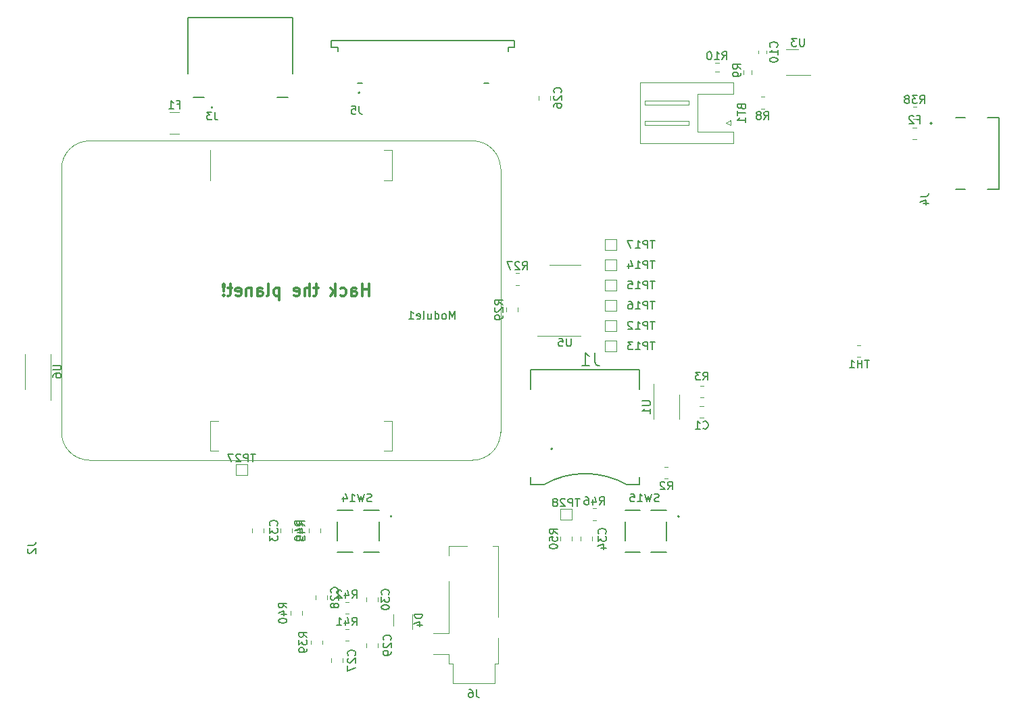
<source format=gbr>
%TF.GenerationSoftware,KiCad,Pcbnew,(6.0.0)*%
%TF.CreationDate,2022-05-01T16:32:44+01:00*%
%TF.ProjectId,CM4Carrier,434d3443-6172-4726-9965-722e6b696361,indev*%
%TF.SameCoordinates,Original*%
%TF.FileFunction,Legend,Bot*%
%TF.FilePolarity,Positive*%
%FSLAX46Y46*%
G04 Gerber Fmt 4.6, Leading zero omitted, Abs format (unit mm)*
G04 Created by KiCad (PCBNEW (6.0.0)) date 2022-05-01 16:32:44*
%MOMM*%
%LPD*%
G01*
G04 APERTURE LIST*
%ADD10C,0.300000*%
%ADD11C,0.150000*%
%ADD12C,0.120000*%
%ADD13C,0.127000*%
%ADD14C,0.200000*%
G04 APERTURE END LIST*
D10*
X124677142Y-91483571D02*
X124677142Y-89983571D01*
X124677142Y-90697857D02*
X123820000Y-90697857D01*
X123820000Y-91483571D02*
X123820000Y-89983571D01*
X122462857Y-91483571D02*
X122462857Y-90697857D01*
X122534285Y-90555000D01*
X122677142Y-90483571D01*
X122962857Y-90483571D01*
X123105714Y-90555000D01*
X122462857Y-91412142D02*
X122605714Y-91483571D01*
X122962857Y-91483571D01*
X123105714Y-91412142D01*
X123177142Y-91269285D01*
X123177142Y-91126428D01*
X123105714Y-90983571D01*
X122962857Y-90912142D01*
X122605714Y-90912142D01*
X122462857Y-90840714D01*
X121105714Y-91412142D02*
X121248571Y-91483571D01*
X121534285Y-91483571D01*
X121677142Y-91412142D01*
X121748571Y-91340714D01*
X121820000Y-91197857D01*
X121820000Y-90769285D01*
X121748571Y-90626428D01*
X121677142Y-90555000D01*
X121534285Y-90483571D01*
X121248571Y-90483571D01*
X121105714Y-90555000D01*
X120462857Y-91483571D02*
X120462857Y-89983571D01*
X120320000Y-90912142D02*
X119891428Y-91483571D01*
X119891428Y-90483571D02*
X120462857Y-91055000D01*
X118320000Y-90483571D02*
X117748571Y-90483571D01*
X118105714Y-89983571D02*
X118105714Y-91269285D01*
X118034285Y-91412142D01*
X117891428Y-91483571D01*
X117748571Y-91483571D01*
X117248571Y-91483571D02*
X117248571Y-89983571D01*
X116605714Y-91483571D02*
X116605714Y-90697857D01*
X116677142Y-90555000D01*
X116820000Y-90483571D01*
X117034285Y-90483571D01*
X117177142Y-90555000D01*
X117248571Y-90626428D01*
X115320000Y-91412142D02*
X115462857Y-91483571D01*
X115748571Y-91483571D01*
X115891428Y-91412142D01*
X115962857Y-91269285D01*
X115962857Y-90697857D01*
X115891428Y-90555000D01*
X115748571Y-90483571D01*
X115462857Y-90483571D01*
X115320000Y-90555000D01*
X115248571Y-90697857D01*
X115248571Y-90840714D01*
X115962857Y-90983571D01*
X113462857Y-90483571D02*
X113462857Y-91983571D01*
X113462857Y-90555000D02*
X113320000Y-90483571D01*
X113034285Y-90483571D01*
X112891428Y-90555000D01*
X112820000Y-90626428D01*
X112748571Y-90769285D01*
X112748571Y-91197857D01*
X112820000Y-91340714D01*
X112891428Y-91412142D01*
X113034285Y-91483571D01*
X113320000Y-91483571D01*
X113462857Y-91412142D01*
X111891428Y-91483571D02*
X112034285Y-91412142D01*
X112105714Y-91269285D01*
X112105714Y-89983571D01*
X110677142Y-91483571D02*
X110677142Y-90697857D01*
X110748571Y-90555000D01*
X110891428Y-90483571D01*
X111177142Y-90483571D01*
X111320000Y-90555000D01*
X110677142Y-91412142D02*
X110820000Y-91483571D01*
X111177142Y-91483571D01*
X111320000Y-91412142D01*
X111391428Y-91269285D01*
X111391428Y-91126428D01*
X111320000Y-90983571D01*
X111177142Y-90912142D01*
X110820000Y-90912142D01*
X110677142Y-90840714D01*
X109962857Y-90483571D02*
X109962857Y-91483571D01*
X109962857Y-90626428D02*
X109891428Y-90555000D01*
X109748571Y-90483571D01*
X109534285Y-90483571D01*
X109391428Y-90555000D01*
X109320000Y-90697857D01*
X109320000Y-91483571D01*
X108034285Y-91412142D02*
X108177142Y-91483571D01*
X108462857Y-91483571D01*
X108605714Y-91412142D01*
X108677142Y-91269285D01*
X108677142Y-90697857D01*
X108605714Y-90555000D01*
X108462857Y-90483571D01*
X108177142Y-90483571D01*
X108034285Y-90555000D01*
X107962857Y-90697857D01*
X107962857Y-90840714D01*
X108677142Y-90983571D01*
X107534285Y-90483571D02*
X106962857Y-90483571D01*
X107320000Y-89983571D02*
X107320000Y-91269285D01*
X107248571Y-91412142D01*
X107105714Y-91483571D01*
X106962857Y-91483571D01*
X106462857Y-91340714D02*
X106391428Y-91412142D01*
X106462857Y-91483571D01*
X106534285Y-91412142D01*
X106462857Y-91340714D01*
X106462857Y-91483571D01*
X106462857Y-90912142D02*
X106534285Y-90055000D01*
X106462857Y-89983571D01*
X106391428Y-90055000D01*
X106462857Y-90912142D01*
X106462857Y-89983571D01*
D11*
%TO.C,TP14*%
X160488095Y-87082380D02*
X159916666Y-87082380D01*
X160202380Y-88082380D02*
X160202380Y-87082380D01*
X159583333Y-88082380D02*
X159583333Y-87082380D01*
X159202380Y-87082380D01*
X159107142Y-87130000D01*
X159059523Y-87177619D01*
X159011904Y-87272857D01*
X159011904Y-87415714D01*
X159059523Y-87510952D01*
X159107142Y-87558571D01*
X159202380Y-87606190D01*
X159583333Y-87606190D01*
X158059523Y-88082380D02*
X158630952Y-88082380D01*
X158345238Y-88082380D02*
X158345238Y-87082380D01*
X158440476Y-87225238D01*
X158535714Y-87320476D01*
X158630952Y-87368095D01*
X157202380Y-87415714D02*
X157202380Y-88082380D01*
X157440476Y-87034761D02*
X157678571Y-87749047D01*
X157059523Y-87749047D01*
%TO.C,SW14*%
X124984518Y-117239674D02*
X124841661Y-117287293D01*
X124603566Y-117287293D01*
X124508328Y-117239674D01*
X124460709Y-117192055D01*
X124413090Y-117096817D01*
X124413090Y-117001579D01*
X124460709Y-116906341D01*
X124508328Y-116858722D01*
X124603566Y-116811103D01*
X124794042Y-116763484D01*
X124889280Y-116715865D01*
X124936899Y-116668246D01*
X124984518Y-116573008D01*
X124984518Y-116477770D01*
X124936899Y-116382532D01*
X124889280Y-116334913D01*
X124794042Y-116287293D01*
X124555947Y-116287293D01*
X124413090Y-116334913D01*
X124079756Y-116287293D02*
X123841661Y-117287293D01*
X123651185Y-116573008D01*
X123460709Y-117287293D01*
X123222614Y-116287293D01*
X122317852Y-117287293D02*
X122889280Y-117287293D01*
X122603566Y-117287293D02*
X122603566Y-116287293D01*
X122698804Y-116430151D01*
X122794042Y-116525389D01*
X122889280Y-116573008D01*
X121460709Y-116620627D02*
X121460709Y-117287293D01*
X121698804Y-116239674D02*
X121936899Y-116953960D01*
X121317852Y-116953960D01*
%TO.C,J6*%
X138128333Y-140797380D02*
X138128333Y-141511666D01*
X138175952Y-141654523D01*
X138271190Y-141749761D01*
X138414047Y-141797380D01*
X138509285Y-141797380D01*
X137223571Y-140797380D02*
X137414047Y-140797380D01*
X137509285Y-140845000D01*
X137556904Y-140892619D01*
X137652142Y-141035476D01*
X137699761Y-141225952D01*
X137699761Y-141606904D01*
X137652142Y-141702142D01*
X137604523Y-141749761D01*
X137509285Y-141797380D01*
X137318809Y-141797380D01*
X137223571Y-141749761D01*
X137175952Y-141702142D01*
X137128333Y-141606904D01*
X137128333Y-141368809D01*
X137175952Y-141273571D01*
X137223571Y-141225952D01*
X137318809Y-141178333D01*
X137509285Y-141178333D01*
X137604523Y-141225952D01*
X137652142Y-141273571D01*
X137699761Y-141368809D01*
%TO.C,TP12*%
X160488095Y-94702380D02*
X159916666Y-94702380D01*
X160202380Y-95702380D02*
X160202380Y-94702380D01*
X159583333Y-95702380D02*
X159583333Y-94702380D01*
X159202380Y-94702380D01*
X159107142Y-94750000D01*
X159059523Y-94797619D01*
X159011904Y-94892857D01*
X159011904Y-95035714D01*
X159059523Y-95130952D01*
X159107142Y-95178571D01*
X159202380Y-95226190D01*
X159583333Y-95226190D01*
X158059523Y-95702380D02*
X158630952Y-95702380D01*
X158345238Y-95702380D02*
X158345238Y-94702380D01*
X158440476Y-94845238D01*
X158535714Y-94940476D01*
X158630952Y-94988095D01*
X157678571Y-94797619D02*
X157630952Y-94750000D01*
X157535714Y-94702380D01*
X157297619Y-94702380D01*
X157202380Y-94750000D01*
X157154761Y-94797619D01*
X157107142Y-94892857D01*
X157107142Y-94988095D01*
X157154761Y-95130952D01*
X157726190Y-95702380D01*
X157107142Y-95702380D01*
%TO.C,TP13*%
X160488095Y-97242380D02*
X159916666Y-97242380D01*
X160202380Y-98242380D02*
X160202380Y-97242380D01*
X159583333Y-98242380D02*
X159583333Y-97242380D01*
X159202380Y-97242380D01*
X159107142Y-97290000D01*
X159059523Y-97337619D01*
X159011904Y-97432857D01*
X159011904Y-97575714D01*
X159059523Y-97670952D01*
X159107142Y-97718571D01*
X159202380Y-97766190D01*
X159583333Y-97766190D01*
X158059523Y-98242380D02*
X158630952Y-98242380D01*
X158345238Y-98242380D02*
X158345238Y-97242380D01*
X158440476Y-97385238D01*
X158535714Y-97480476D01*
X158630952Y-97528095D01*
X157726190Y-97242380D02*
X157107142Y-97242380D01*
X157440476Y-97623333D01*
X157297619Y-97623333D01*
X157202380Y-97670952D01*
X157154761Y-97718571D01*
X157107142Y-97813809D01*
X157107142Y-98051904D01*
X157154761Y-98147142D01*
X157202380Y-98194761D01*
X157297619Y-98242380D01*
X157583333Y-98242380D01*
X157678571Y-98194761D01*
X157726190Y-98147142D01*
%TO.C,R2*%
X162091666Y-115767380D02*
X162425000Y-115291190D01*
X162663095Y-115767380D02*
X162663095Y-114767380D01*
X162282142Y-114767380D01*
X162186904Y-114815000D01*
X162139285Y-114862619D01*
X162091666Y-114957857D01*
X162091666Y-115100714D01*
X162139285Y-115195952D01*
X162186904Y-115243571D01*
X162282142Y-115291190D01*
X162663095Y-115291190D01*
X161710714Y-114862619D02*
X161663095Y-114815000D01*
X161567857Y-114767380D01*
X161329761Y-114767380D01*
X161234523Y-114815000D01*
X161186904Y-114862619D01*
X161139285Y-114957857D01*
X161139285Y-115053095D01*
X161186904Y-115195952D01*
X161758333Y-115767380D01*
X161139285Y-115767380D01*
%TO.C,D4*%
X131357380Y-131356904D02*
X130357380Y-131356904D01*
X130357380Y-131595000D01*
X130405000Y-131737857D01*
X130500238Y-131833095D01*
X130595476Y-131880714D01*
X130785952Y-131928333D01*
X130928809Y-131928333D01*
X131119285Y-131880714D01*
X131214523Y-131833095D01*
X131309761Y-131737857D01*
X131357380Y-131595000D01*
X131357380Y-131356904D01*
X130690714Y-132785476D02*
X131357380Y-132785476D01*
X130309761Y-132547380D02*
X131024047Y-132309285D01*
X131024047Y-132928333D01*
%TO.C,C34*%
X154281142Y-121277142D02*
X154328761Y-121229523D01*
X154376380Y-121086666D01*
X154376380Y-120991428D01*
X154328761Y-120848571D01*
X154233523Y-120753333D01*
X154138285Y-120705714D01*
X153947809Y-120658095D01*
X153804952Y-120658095D01*
X153614476Y-120705714D01*
X153519238Y-120753333D01*
X153424000Y-120848571D01*
X153376380Y-120991428D01*
X153376380Y-121086666D01*
X153424000Y-121229523D01*
X153471619Y-121277142D01*
X153376380Y-121610476D02*
X153376380Y-122229523D01*
X153757333Y-121896190D01*
X153757333Y-122039047D01*
X153804952Y-122134285D01*
X153852571Y-122181904D01*
X153947809Y-122229523D01*
X154185904Y-122229523D01*
X154281142Y-122181904D01*
X154328761Y-122134285D01*
X154376380Y-122039047D01*
X154376380Y-121753333D01*
X154328761Y-121658095D01*
X154281142Y-121610476D01*
X153709714Y-123086666D02*
X154376380Y-123086666D01*
X153328761Y-122848571D02*
X154043047Y-122610476D01*
X154043047Y-123229523D01*
%TO.C,U1*%
X158927380Y-104648095D02*
X159736904Y-104648095D01*
X159832142Y-104695714D01*
X159879761Y-104743333D01*
X159927380Y-104838571D01*
X159927380Y-105029047D01*
X159879761Y-105124285D01*
X159832142Y-105171904D01*
X159736904Y-105219523D01*
X158927380Y-105219523D01*
X159927380Y-106219523D02*
X159927380Y-105648095D01*
X159927380Y-105933809D02*
X158927380Y-105933809D01*
X159070238Y-105838571D01*
X159165476Y-105743333D01*
X159213095Y-105648095D01*
%TO.C,R10*%
X168917857Y-61887380D02*
X169251190Y-61411190D01*
X169489285Y-61887380D02*
X169489285Y-60887380D01*
X169108333Y-60887380D01*
X169013095Y-60935000D01*
X168965476Y-60982619D01*
X168917857Y-61077857D01*
X168917857Y-61220714D01*
X168965476Y-61315952D01*
X169013095Y-61363571D01*
X169108333Y-61411190D01*
X169489285Y-61411190D01*
X167965476Y-61887380D02*
X168536904Y-61887380D01*
X168251190Y-61887380D02*
X168251190Y-60887380D01*
X168346428Y-61030238D01*
X168441666Y-61125476D01*
X168536904Y-61173095D01*
X167346428Y-60887380D02*
X167251190Y-60887380D01*
X167155952Y-60935000D01*
X167108333Y-60982619D01*
X167060714Y-61077857D01*
X167013095Y-61268333D01*
X167013095Y-61506428D01*
X167060714Y-61696904D01*
X167108333Y-61792142D01*
X167155952Y-61839761D01*
X167251190Y-61887380D01*
X167346428Y-61887380D01*
X167441666Y-61839761D01*
X167489285Y-61792142D01*
X167536904Y-61696904D01*
X167584523Y-61506428D01*
X167584523Y-61268333D01*
X167536904Y-61077857D01*
X167489285Y-60982619D01*
X167441666Y-60935000D01*
X167346428Y-60887380D01*
%TO.C,C26*%
X148722142Y-66032142D02*
X148769761Y-65984523D01*
X148817380Y-65841666D01*
X148817380Y-65746428D01*
X148769761Y-65603571D01*
X148674523Y-65508333D01*
X148579285Y-65460714D01*
X148388809Y-65413095D01*
X148245952Y-65413095D01*
X148055476Y-65460714D01*
X147960238Y-65508333D01*
X147865000Y-65603571D01*
X147817380Y-65746428D01*
X147817380Y-65841666D01*
X147865000Y-65984523D01*
X147912619Y-66032142D01*
X147912619Y-66413095D02*
X147865000Y-66460714D01*
X147817380Y-66555952D01*
X147817380Y-66794047D01*
X147865000Y-66889285D01*
X147912619Y-66936904D01*
X148007857Y-66984523D01*
X148103095Y-66984523D01*
X148245952Y-66936904D01*
X148817380Y-66365476D01*
X148817380Y-66984523D01*
X147817380Y-67841666D02*
X147817380Y-67651190D01*
X147865000Y-67555952D01*
X147912619Y-67508333D01*
X148055476Y-67413095D01*
X148245952Y-67365476D01*
X148626904Y-67365476D01*
X148722142Y-67413095D01*
X148769761Y-67460714D01*
X148817380Y-67555952D01*
X148817380Y-67746428D01*
X148769761Y-67841666D01*
X148722142Y-67889285D01*
X148626904Y-67936904D01*
X148388809Y-67936904D01*
X148293571Y-67889285D01*
X148245952Y-67841666D01*
X148198333Y-67746428D01*
X148198333Y-67555952D01*
X148245952Y-67460714D01*
X148293571Y-67413095D01*
X148388809Y-67365476D01*
%TO.C,C29*%
X127357142Y-134612142D02*
X127404761Y-134564523D01*
X127452380Y-134421666D01*
X127452380Y-134326428D01*
X127404761Y-134183571D01*
X127309523Y-134088333D01*
X127214285Y-134040714D01*
X127023809Y-133993095D01*
X126880952Y-133993095D01*
X126690476Y-134040714D01*
X126595238Y-134088333D01*
X126500000Y-134183571D01*
X126452380Y-134326428D01*
X126452380Y-134421666D01*
X126500000Y-134564523D01*
X126547619Y-134612142D01*
X126547619Y-134993095D02*
X126500000Y-135040714D01*
X126452380Y-135135952D01*
X126452380Y-135374047D01*
X126500000Y-135469285D01*
X126547619Y-135516904D01*
X126642857Y-135564523D01*
X126738095Y-135564523D01*
X126880952Y-135516904D01*
X127452380Y-134945476D01*
X127452380Y-135564523D01*
X127452380Y-136040714D02*
X127452380Y-136231190D01*
X127404761Y-136326428D01*
X127357142Y-136374047D01*
X127214285Y-136469285D01*
X127023809Y-136516904D01*
X126642857Y-136516904D01*
X126547619Y-136469285D01*
X126500000Y-136421666D01*
X126452380Y-136326428D01*
X126452380Y-136135952D01*
X126500000Y-136040714D01*
X126547619Y-135993095D01*
X126642857Y-135945476D01*
X126880952Y-135945476D01*
X126976190Y-135993095D01*
X127023809Y-136040714D01*
X127071428Y-136135952D01*
X127071428Y-136326428D01*
X127023809Y-136421666D01*
X126976190Y-136469285D01*
X126880952Y-136516904D01*
%TO.C,C1*%
X166536666Y-108082142D02*
X166584285Y-108129761D01*
X166727142Y-108177380D01*
X166822380Y-108177380D01*
X166965238Y-108129761D01*
X167060476Y-108034523D01*
X167108095Y-107939285D01*
X167155714Y-107748809D01*
X167155714Y-107605952D01*
X167108095Y-107415476D01*
X167060476Y-107320238D01*
X166965238Y-107225000D01*
X166822380Y-107177380D01*
X166727142Y-107177380D01*
X166584285Y-107225000D01*
X166536666Y-107272619D01*
X165584285Y-108177380D02*
X166155714Y-108177380D01*
X165870000Y-108177380D02*
X165870000Y-107177380D01*
X165965238Y-107320238D01*
X166060476Y-107415476D01*
X166155714Y-107463095D01*
%TO.C,R46*%
X153550857Y-117674380D02*
X153884190Y-117198190D01*
X154122285Y-117674380D02*
X154122285Y-116674380D01*
X153741333Y-116674380D01*
X153646095Y-116722000D01*
X153598476Y-116769619D01*
X153550857Y-116864857D01*
X153550857Y-117007714D01*
X153598476Y-117102952D01*
X153646095Y-117150571D01*
X153741333Y-117198190D01*
X154122285Y-117198190D01*
X152693714Y-117007714D02*
X152693714Y-117674380D01*
X152931809Y-116626761D02*
X153169904Y-117341047D01*
X152550857Y-117341047D01*
X151741333Y-116674380D02*
X151931809Y-116674380D01*
X152027047Y-116722000D01*
X152074666Y-116769619D01*
X152169904Y-116912476D01*
X152217523Y-117102952D01*
X152217523Y-117483904D01*
X152169904Y-117579142D01*
X152122285Y-117626761D01*
X152027047Y-117674380D01*
X151836571Y-117674380D01*
X151741333Y-117626761D01*
X151693714Y-117579142D01*
X151646095Y-117483904D01*
X151646095Y-117245809D01*
X151693714Y-117150571D01*
X151741333Y-117102952D01*
X151836571Y-117055333D01*
X152027047Y-117055333D01*
X152122285Y-117102952D01*
X152169904Y-117150571D01*
X152217523Y-117245809D01*
%TO.C,R38*%
X193682857Y-67382380D02*
X194016190Y-66906190D01*
X194254285Y-67382380D02*
X194254285Y-66382380D01*
X193873333Y-66382380D01*
X193778095Y-66430000D01*
X193730476Y-66477619D01*
X193682857Y-66572857D01*
X193682857Y-66715714D01*
X193730476Y-66810952D01*
X193778095Y-66858571D01*
X193873333Y-66906190D01*
X194254285Y-66906190D01*
X193349523Y-66382380D02*
X192730476Y-66382380D01*
X193063809Y-66763333D01*
X192920952Y-66763333D01*
X192825714Y-66810952D01*
X192778095Y-66858571D01*
X192730476Y-66953809D01*
X192730476Y-67191904D01*
X192778095Y-67287142D01*
X192825714Y-67334761D01*
X192920952Y-67382380D01*
X193206666Y-67382380D01*
X193301904Y-67334761D01*
X193349523Y-67287142D01*
X192159047Y-66810952D02*
X192254285Y-66763333D01*
X192301904Y-66715714D01*
X192349523Y-66620476D01*
X192349523Y-66572857D01*
X192301904Y-66477619D01*
X192254285Y-66430000D01*
X192159047Y-66382380D01*
X191968571Y-66382380D01*
X191873333Y-66430000D01*
X191825714Y-66477619D01*
X191778095Y-66572857D01*
X191778095Y-66620476D01*
X191825714Y-66715714D01*
X191873333Y-66763333D01*
X191968571Y-66810952D01*
X192159047Y-66810952D01*
X192254285Y-66858571D01*
X192301904Y-66906190D01*
X192349523Y-67001428D01*
X192349523Y-67191904D01*
X192301904Y-67287142D01*
X192254285Y-67334761D01*
X192159047Y-67382380D01*
X191968571Y-67382380D01*
X191873333Y-67334761D01*
X191825714Y-67287142D01*
X191778095Y-67191904D01*
X191778095Y-67001428D01*
X191825714Y-66906190D01*
X191873333Y-66858571D01*
X191968571Y-66810952D01*
%TO.C,F1*%
X100663333Y-67498571D02*
X100996666Y-67498571D01*
X100996666Y-68022380D02*
X100996666Y-67022380D01*
X100520476Y-67022380D01*
X99615714Y-68022380D02*
X100187142Y-68022380D01*
X99901428Y-68022380D02*
X99901428Y-67022380D01*
X99996666Y-67165238D01*
X100091904Y-67260476D01*
X100187142Y-67308095D01*
%TO.C,C33*%
X113133142Y-120261142D02*
X113180761Y-120213523D01*
X113228380Y-120070666D01*
X113228380Y-119975428D01*
X113180761Y-119832571D01*
X113085523Y-119737333D01*
X112990285Y-119689714D01*
X112799809Y-119642095D01*
X112656952Y-119642095D01*
X112466476Y-119689714D01*
X112371238Y-119737333D01*
X112276000Y-119832571D01*
X112228380Y-119975428D01*
X112228380Y-120070666D01*
X112276000Y-120213523D01*
X112323619Y-120261142D01*
X112228380Y-120594476D02*
X112228380Y-121213523D01*
X112609333Y-120880190D01*
X112609333Y-121023047D01*
X112656952Y-121118285D01*
X112704571Y-121165904D01*
X112799809Y-121213523D01*
X113037904Y-121213523D01*
X113133142Y-121165904D01*
X113180761Y-121118285D01*
X113228380Y-121023047D01*
X113228380Y-120737333D01*
X113180761Y-120642095D01*
X113133142Y-120594476D01*
X112228380Y-121546857D02*
X112228380Y-122165904D01*
X112609333Y-121832571D01*
X112609333Y-121975428D01*
X112656952Y-122070666D01*
X112704571Y-122118285D01*
X112799809Y-122165904D01*
X113037904Y-122165904D01*
X113133142Y-122118285D01*
X113180761Y-122070666D01*
X113228380Y-121975428D01*
X113228380Y-121689714D01*
X113180761Y-121594476D01*
X113133142Y-121546857D01*
%TO.C,R3*%
X166536666Y-102052380D02*
X166870000Y-101576190D01*
X167108095Y-102052380D02*
X167108095Y-101052380D01*
X166727142Y-101052380D01*
X166631904Y-101100000D01*
X166584285Y-101147619D01*
X166536666Y-101242857D01*
X166536666Y-101385714D01*
X166584285Y-101480952D01*
X166631904Y-101528571D01*
X166727142Y-101576190D01*
X167108095Y-101576190D01*
X166203333Y-101052380D02*
X165584285Y-101052380D01*
X165917619Y-101433333D01*
X165774761Y-101433333D01*
X165679523Y-101480952D01*
X165631904Y-101528571D01*
X165584285Y-101623809D01*
X165584285Y-101861904D01*
X165631904Y-101957142D01*
X165679523Y-102004761D01*
X165774761Y-102052380D01*
X166060476Y-102052380D01*
X166155714Y-102004761D01*
X166203333Y-101957142D01*
%TO.C,TP15*%
X160488095Y-89622380D02*
X159916666Y-89622380D01*
X160202380Y-90622380D02*
X160202380Y-89622380D01*
X159583333Y-90622380D02*
X159583333Y-89622380D01*
X159202380Y-89622380D01*
X159107142Y-89670000D01*
X159059523Y-89717619D01*
X159011904Y-89812857D01*
X159011904Y-89955714D01*
X159059523Y-90050952D01*
X159107142Y-90098571D01*
X159202380Y-90146190D01*
X159583333Y-90146190D01*
X158059523Y-90622380D02*
X158630952Y-90622380D01*
X158345238Y-90622380D02*
X158345238Y-89622380D01*
X158440476Y-89765238D01*
X158535714Y-89860476D01*
X158630952Y-89908095D01*
X157154761Y-89622380D02*
X157630952Y-89622380D01*
X157678571Y-90098571D01*
X157630952Y-90050952D01*
X157535714Y-90003333D01*
X157297619Y-90003333D01*
X157202380Y-90050952D01*
X157154761Y-90098571D01*
X157107142Y-90193809D01*
X157107142Y-90431904D01*
X157154761Y-90527142D01*
X157202380Y-90574761D01*
X157297619Y-90622380D01*
X157535714Y-90622380D01*
X157630952Y-90574761D01*
X157678571Y-90527142D01*
%TO.C,C30*%
X127132142Y-128897142D02*
X127179761Y-128849523D01*
X127227380Y-128706666D01*
X127227380Y-128611428D01*
X127179761Y-128468571D01*
X127084523Y-128373333D01*
X126989285Y-128325714D01*
X126798809Y-128278095D01*
X126655952Y-128278095D01*
X126465476Y-128325714D01*
X126370238Y-128373333D01*
X126275000Y-128468571D01*
X126227380Y-128611428D01*
X126227380Y-128706666D01*
X126275000Y-128849523D01*
X126322619Y-128897142D01*
X126227380Y-129230476D02*
X126227380Y-129849523D01*
X126608333Y-129516190D01*
X126608333Y-129659047D01*
X126655952Y-129754285D01*
X126703571Y-129801904D01*
X126798809Y-129849523D01*
X127036904Y-129849523D01*
X127132142Y-129801904D01*
X127179761Y-129754285D01*
X127227380Y-129659047D01*
X127227380Y-129373333D01*
X127179761Y-129278095D01*
X127132142Y-129230476D01*
X126227380Y-130468571D02*
X126227380Y-130563809D01*
X126275000Y-130659047D01*
X126322619Y-130706666D01*
X126417857Y-130754285D01*
X126608333Y-130801904D01*
X126846428Y-130801904D01*
X127036904Y-130754285D01*
X127132142Y-130706666D01*
X127179761Y-130659047D01*
X127227380Y-130563809D01*
X127227380Y-130468571D01*
X127179761Y-130373333D01*
X127132142Y-130325714D01*
X127036904Y-130278095D01*
X126846428Y-130230476D01*
X126608333Y-130230476D01*
X126417857Y-130278095D01*
X126322619Y-130325714D01*
X126275000Y-130373333D01*
X126227380Y-130468571D01*
%TO.C,J3*%
X105362333Y-68454884D02*
X105362333Y-69169170D01*
X105409952Y-69312027D01*
X105505190Y-69407265D01*
X105648047Y-69454884D01*
X105743285Y-69454884D01*
X104981380Y-68454884D02*
X104362333Y-68454884D01*
X104695666Y-68835837D01*
X104552809Y-68835837D01*
X104457571Y-68883456D01*
X104409952Y-68931075D01*
X104362333Y-69026313D01*
X104362333Y-69264408D01*
X104409952Y-69359646D01*
X104457571Y-69407265D01*
X104552809Y-69454884D01*
X104838523Y-69454884D01*
X104933761Y-69407265D01*
X104981380Y-69359646D01*
%TO.C,R39*%
X116912380Y-134247142D02*
X116436190Y-133913809D01*
X116912380Y-133675714D02*
X115912380Y-133675714D01*
X115912380Y-134056666D01*
X115960000Y-134151904D01*
X116007619Y-134199523D01*
X116102857Y-134247142D01*
X116245714Y-134247142D01*
X116340952Y-134199523D01*
X116388571Y-134151904D01*
X116436190Y-134056666D01*
X116436190Y-133675714D01*
X115912380Y-134580476D02*
X115912380Y-135199523D01*
X116293333Y-134866190D01*
X116293333Y-135009047D01*
X116340952Y-135104285D01*
X116388571Y-135151904D01*
X116483809Y-135199523D01*
X116721904Y-135199523D01*
X116817142Y-135151904D01*
X116864761Y-135104285D01*
X116912380Y-135009047D01*
X116912380Y-134723333D01*
X116864761Y-134628095D01*
X116817142Y-134580476D01*
X116912380Y-135675714D02*
X116912380Y-135866190D01*
X116864761Y-135961428D01*
X116817142Y-136009047D01*
X116674285Y-136104285D01*
X116483809Y-136151904D01*
X116102857Y-136151904D01*
X116007619Y-136104285D01*
X115960000Y-136056666D01*
X115912380Y-135961428D01*
X115912380Y-135770952D01*
X115960000Y-135675714D01*
X116007619Y-135628095D01*
X116102857Y-135580476D01*
X116340952Y-135580476D01*
X116436190Y-135628095D01*
X116483809Y-135675714D01*
X116531428Y-135770952D01*
X116531428Y-135961428D01*
X116483809Y-136056666D01*
X116436190Y-136104285D01*
X116340952Y-136151904D01*
%TO.C,U5*%
X149986904Y-96807380D02*
X149986904Y-97616904D01*
X149939285Y-97712142D01*
X149891666Y-97759761D01*
X149796428Y-97807380D01*
X149605952Y-97807380D01*
X149510714Y-97759761D01*
X149463095Y-97712142D01*
X149415476Y-97616904D01*
X149415476Y-96807380D01*
X148463095Y-96807380D02*
X148939285Y-96807380D01*
X148986904Y-97283571D01*
X148939285Y-97235952D01*
X148844047Y-97188333D01*
X148605952Y-97188333D01*
X148510714Y-97235952D01*
X148463095Y-97283571D01*
X148415476Y-97378809D01*
X148415476Y-97616904D01*
X148463095Y-97712142D01*
X148510714Y-97759761D01*
X148605952Y-97807380D01*
X148844047Y-97807380D01*
X148939285Y-97759761D01*
X148986904Y-97712142D01*
%TO.C,R50*%
X148280380Y-121277142D02*
X147804190Y-120943809D01*
X148280380Y-120705714D02*
X147280380Y-120705714D01*
X147280380Y-121086666D01*
X147328000Y-121181904D01*
X147375619Y-121229523D01*
X147470857Y-121277142D01*
X147613714Y-121277142D01*
X147708952Y-121229523D01*
X147756571Y-121181904D01*
X147804190Y-121086666D01*
X147804190Y-120705714D01*
X147280380Y-122181904D02*
X147280380Y-121705714D01*
X147756571Y-121658095D01*
X147708952Y-121705714D01*
X147661333Y-121800952D01*
X147661333Y-122039047D01*
X147708952Y-122134285D01*
X147756571Y-122181904D01*
X147851809Y-122229523D01*
X148089904Y-122229523D01*
X148185142Y-122181904D01*
X148232761Y-122134285D01*
X148280380Y-122039047D01*
X148280380Y-121800952D01*
X148232761Y-121705714D01*
X148185142Y-121658095D01*
X147280380Y-122848571D02*
X147280380Y-122943809D01*
X147328000Y-123039047D01*
X147375619Y-123086666D01*
X147470857Y-123134285D01*
X147661333Y-123181904D01*
X147899428Y-123181904D01*
X148089904Y-123134285D01*
X148185142Y-123086666D01*
X148232761Y-123039047D01*
X148280380Y-122943809D01*
X148280380Y-122848571D01*
X148232761Y-122753333D01*
X148185142Y-122705714D01*
X148089904Y-122658095D01*
X147899428Y-122610476D01*
X147661333Y-122610476D01*
X147470857Y-122658095D01*
X147375619Y-122705714D01*
X147328000Y-122753333D01*
X147280380Y-122848571D01*
%TO.C,U6*%
X85087380Y-100203095D02*
X85896904Y-100203095D01*
X85992142Y-100250714D01*
X86039761Y-100298333D01*
X86087380Y-100393571D01*
X86087380Y-100584047D01*
X86039761Y-100679285D01*
X85992142Y-100726904D01*
X85896904Y-100774523D01*
X85087380Y-100774523D01*
X85087380Y-101679285D02*
X85087380Y-101488809D01*
X85135000Y-101393571D01*
X85182619Y-101345952D01*
X85325476Y-101250714D01*
X85515952Y-101203095D01*
X85896904Y-101203095D01*
X85992142Y-101250714D01*
X86039761Y-101298333D01*
X86087380Y-101393571D01*
X86087380Y-101584047D01*
X86039761Y-101679285D01*
X85992142Y-101726904D01*
X85896904Y-101774523D01*
X85658809Y-101774523D01*
X85563571Y-101726904D01*
X85515952Y-101679285D01*
X85468333Y-101584047D01*
X85468333Y-101393571D01*
X85515952Y-101298333D01*
X85563571Y-101250714D01*
X85658809Y-101203095D01*
%TO.C,R45*%
X116658380Y-120261142D02*
X116182190Y-119927809D01*
X116658380Y-119689714D02*
X115658380Y-119689714D01*
X115658380Y-120070666D01*
X115706000Y-120165904D01*
X115753619Y-120213523D01*
X115848857Y-120261142D01*
X115991714Y-120261142D01*
X116086952Y-120213523D01*
X116134571Y-120165904D01*
X116182190Y-120070666D01*
X116182190Y-119689714D01*
X115991714Y-121118285D02*
X116658380Y-121118285D01*
X115610761Y-120880190D02*
X116325047Y-120642095D01*
X116325047Y-121261142D01*
X115658380Y-122118285D02*
X115658380Y-121642095D01*
X116134571Y-121594476D01*
X116086952Y-121642095D01*
X116039333Y-121737333D01*
X116039333Y-121975428D01*
X116086952Y-122070666D01*
X116134571Y-122118285D01*
X116229809Y-122165904D01*
X116467904Y-122165904D01*
X116563142Y-122118285D01*
X116610761Y-122070666D01*
X116658380Y-121975428D01*
X116658380Y-121737333D01*
X116610761Y-121642095D01*
X116563142Y-121594476D01*
%TO.C,TP16*%
X160488095Y-92162380D02*
X159916666Y-92162380D01*
X160202380Y-93162380D02*
X160202380Y-92162380D01*
X159583333Y-93162380D02*
X159583333Y-92162380D01*
X159202380Y-92162380D01*
X159107142Y-92210000D01*
X159059523Y-92257619D01*
X159011904Y-92352857D01*
X159011904Y-92495714D01*
X159059523Y-92590952D01*
X159107142Y-92638571D01*
X159202380Y-92686190D01*
X159583333Y-92686190D01*
X158059523Y-93162380D02*
X158630952Y-93162380D01*
X158345238Y-93162380D02*
X158345238Y-92162380D01*
X158440476Y-92305238D01*
X158535714Y-92400476D01*
X158630952Y-92448095D01*
X157202380Y-92162380D02*
X157392857Y-92162380D01*
X157488095Y-92210000D01*
X157535714Y-92257619D01*
X157630952Y-92400476D01*
X157678571Y-92590952D01*
X157678571Y-92971904D01*
X157630952Y-93067142D01*
X157583333Y-93114761D01*
X157488095Y-93162380D01*
X157297619Y-93162380D01*
X157202380Y-93114761D01*
X157154761Y-93067142D01*
X157107142Y-92971904D01*
X157107142Y-92733809D01*
X157154761Y-92638571D01*
X157202380Y-92590952D01*
X157297619Y-92543333D01*
X157488095Y-92543333D01*
X157583333Y-92590952D01*
X157630952Y-92638571D01*
X157678571Y-92733809D01*
%TO.C,Module1*%
X135442142Y-94407380D02*
X135442142Y-93407380D01*
X135108809Y-94121666D01*
X134775476Y-93407380D01*
X134775476Y-94407380D01*
X134156428Y-94407380D02*
X134251666Y-94359761D01*
X134299285Y-94312142D01*
X134346904Y-94216904D01*
X134346904Y-93931190D01*
X134299285Y-93835952D01*
X134251666Y-93788333D01*
X134156428Y-93740714D01*
X134013571Y-93740714D01*
X133918333Y-93788333D01*
X133870714Y-93835952D01*
X133823095Y-93931190D01*
X133823095Y-94216904D01*
X133870714Y-94312142D01*
X133918333Y-94359761D01*
X134013571Y-94407380D01*
X134156428Y-94407380D01*
X132965952Y-94407380D02*
X132965952Y-93407380D01*
X132965952Y-94359761D02*
X133061190Y-94407380D01*
X133251666Y-94407380D01*
X133346904Y-94359761D01*
X133394523Y-94312142D01*
X133442142Y-94216904D01*
X133442142Y-93931190D01*
X133394523Y-93835952D01*
X133346904Y-93788333D01*
X133251666Y-93740714D01*
X133061190Y-93740714D01*
X132965952Y-93788333D01*
X132061190Y-93740714D02*
X132061190Y-94407380D01*
X132489761Y-93740714D02*
X132489761Y-94264523D01*
X132442142Y-94359761D01*
X132346904Y-94407380D01*
X132204047Y-94407380D01*
X132108809Y-94359761D01*
X132061190Y-94312142D01*
X131442142Y-94407380D02*
X131537380Y-94359761D01*
X131585000Y-94264523D01*
X131585000Y-93407380D01*
X130680238Y-94359761D02*
X130775476Y-94407380D01*
X130965952Y-94407380D01*
X131061190Y-94359761D01*
X131108809Y-94264523D01*
X131108809Y-93883571D01*
X131061190Y-93788333D01*
X130965952Y-93740714D01*
X130775476Y-93740714D01*
X130680238Y-93788333D01*
X130632619Y-93883571D01*
X130632619Y-93978809D01*
X131108809Y-94074047D01*
X129680238Y-94407380D02*
X130251666Y-94407380D01*
X129965952Y-94407380D02*
X129965952Y-93407380D01*
X130061190Y-93550238D01*
X130156428Y-93645476D01*
X130251666Y-93693095D01*
%TO.C,J5*%
X123453333Y-67717385D02*
X123453333Y-68431671D01*
X123500952Y-68574528D01*
X123596190Y-68669766D01*
X123739047Y-68717385D01*
X123834285Y-68717385D01*
X122500952Y-67717385D02*
X122977142Y-67717385D01*
X123024761Y-68193576D01*
X122977142Y-68145957D01*
X122881904Y-68098338D01*
X122643809Y-68098338D01*
X122548571Y-68145957D01*
X122500952Y-68193576D01*
X122453333Y-68288814D01*
X122453333Y-68526909D01*
X122500952Y-68622147D01*
X122548571Y-68669766D01*
X122643809Y-68717385D01*
X122881904Y-68717385D01*
X122977142Y-68669766D01*
X123024761Y-68622147D01*
%TO.C,R40*%
X114372380Y-130569642D02*
X113896190Y-130236309D01*
X114372380Y-129998214D02*
X113372380Y-129998214D01*
X113372380Y-130379166D01*
X113420000Y-130474404D01*
X113467619Y-130522023D01*
X113562857Y-130569642D01*
X113705714Y-130569642D01*
X113800952Y-130522023D01*
X113848571Y-130474404D01*
X113896190Y-130379166D01*
X113896190Y-129998214D01*
X113705714Y-131426785D02*
X114372380Y-131426785D01*
X113324761Y-131188690D02*
X114039047Y-130950595D01*
X114039047Y-131569642D01*
X113372380Y-132141071D02*
X113372380Y-132236309D01*
X113420000Y-132331547D01*
X113467619Y-132379166D01*
X113562857Y-132426785D01*
X113753333Y-132474404D01*
X113991428Y-132474404D01*
X114181904Y-132426785D01*
X114277142Y-132379166D01*
X114324761Y-132331547D01*
X114372380Y-132236309D01*
X114372380Y-132141071D01*
X114324761Y-132045833D01*
X114277142Y-131998214D01*
X114181904Y-131950595D01*
X113991428Y-131902976D01*
X113753333Y-131902976D01*
X113562857Y-131950595D01*
X113467619Y-131998214D01*
X113420000Y-132045833D01*
X113372380Y-132141071D01*
%TO.C,TP27*%
X110450095Y-111288380D02*
X109878666Y-111288380D01*
X110164380Y-112288380D02*
X110164380Y-111288380D01*
X109545333Y-112288380D02*
X109545333Y-111288380D01*
X109164380Y-111288380D01*
X109069142Y-111336000D01*
X109021523Y-111383619D01*
X108973904Y-111478857D01*
X108973904Y-111621714D01*
X109021523Y-111716952D01*
X109069142Y-111764571D01*
X109164380Y-111812190D01*
X109545333Y-111812190D01*
X108592952Y-111383619D02*
X108545333Y-111336000D01*
X108450095Y-111288380D01*
X108212000Y-111288380D01*
X108116761Y-111336000D01*
X108069142Y-111383619D01*
X108021523Y-111478857D01*
X108021523Y-111574095D01*
X108069142Y-111716952D01*
X108640571Y-112288380D01*
X108021523Y-112288380D01*
X107688190Y-111288380D02*
X107021523Y-111288380D01*
X107450095Y-112288380D01*
%TO.C,R42*%
X122562857Y-129379879D02*
X122896190Y-128903689D01*
X123134285Y-129379879D02*
X123134285Y-128379879D01*
X122753333Y-128379879D01*
X122658095Y-128427499D01*
X122610476Y-128475118D01*
X122562857Y-128570356D01*
X122562857Y-128713213D01*
X122610476Y-128808451D01*
X122658095Y-128856070D01*
X122753333Y-128903689D01*
X123134285Y-128903689D01*
X121705714Y-128713213D02*
X121705714Y-129379879D01*
X121943809Y-128332260D02*
X122181904Y-129046546D01*
X121562857Y-129046546D01*
X121229523Y-128475118D02*
X121181904Y-128427499D01*
X121086666Y-128379879D01*
X120848571Y-128379879D01*
X120753333Y-128427499D01*
X120705714Y-128475118D01*
X120658095Y-128570356D01*
X120658095Y-128665594D01*
X120705714Y-128808451D01*
X121277142Y-129379879D01*
X120658095Y-129379879D01*
%TO.C,R49*%
X116402380Y-120261142D02*
X115926190Y-119927809D01*
X116402380Y-119689714D02*
X115402380Y-119689714D01*
X115402380Y-120070666D01*
X115450000Y-120165904D01*
X115497619Y-120213523D01*
X115592857Y-120261142D01*
X115735714Y-120261142D01*
X115830952Y-120213523D01*
X115878571Y-120165904D01*
X115926190Y-120070666D01*
X115926190Y-119689714D01*
X115735714Y-121118285D02*
X116402380Y-121118285D01*
X115354761Y-120880190D02*
X116069047Y-120642095D01*
X116069047Y-121261142D01*
X116402380Y-121689714D02*
X116402380Y-121880190D01*
X116354761Y-121975428D01*
X116307142Y-122023047D01*
X116164285Y-122118285D01*
X115973809Y-122165904D01*
X115592857Y-122165904D01*
X115497619Y-122118285D01*
X115450000Y-122070666D01*
X115402380Y-121975428D01*
X115402380Y-121784952D01*
X115450000Y-121689714D01*
X115497619Y-121642095D01*
X115592857Y-121594476D01*
X115830952Y-121594476D01*
X115926190Y-121642095D01*
X115973809Y-121689714D01*
X116021428Y-121784952D01*
X116021428Y-121975428D01*
X115973809Y-122070666D01*
X115926190Y-122118285D01*
X115830952Y-122165904D01*
%TO.C,TP28*%
X151090095Y-116876380D02*
X150518666Y-116876380D01*
X150804380Y-117876380D02*
X150804380Y-116876380D01*
X150185333Y-117876380D02*
X150185333Y-116876380D01*
X149804380Y-116876380D01*
X149709142Y-116924000D01*
X149661523Y-116971619D01*
X149613904Y-117066857D01*
X149613904Y-117209714D01*
X149661523Y-117304952D01*
X149709142Y-117352571D01*
X149804380Y-117400190D01*
X150185333Y-117400190D01*
X149232952Y-116971619D02*
X149185333Y-116924000D01*
X149090095Y-116876380D01*
X148852000Y-116876380D01*
X148756761Y-116924000D01*
X148709142Y-116971619D01*
X148661523Y-117066857D01*
X148661523Y-117162095D01*
X148709142Y-117304952D01*
X149280571Y-117876380D01*
X148661523Y-117876380D01*
X148090095Y-117304952D02*
X148185333Y-117257333D01*
X148232952Y-117209714D01*
X148280571Y-117114476D01*
X148280571Y-117066857D01*
X148232952Y-116971619D01*
X148185333Y-116924000D01*
X148090095Y-116876380D01*
X147899619Y-116876380D01*
X147804380Y-116924000D01*
X147756761Y-116971619D01*
X147709142Y-117066857D01*
X147709142Y-117114476D01*
X147756761Y-117209714D01*
X147804380Y-117257333D01*
X147899619Y-117304952D01*
X148090095Y-117304952D01*
X148185333Y-117352571D01*
X148232952Y-117400190D01*
X148280571Y-117495428D01*
X148280571Y-117685904D01*
X148232952Y-117781142D01*
X148185333Y-117828761D01*
X148090095Y-117876380D01*
X147899619Y-117876380D01*
X147804380Y-117828761D01*
X147756761Y-117781142D01*
X147709142Y-117685904D01*
X147709142Y-117495428D01*
X147756761Y-117400190D01*
X147804380Y-117352571D01*
X147899619Y-117304952D01*
%TO.C,F2*%
X193373333Y-69398571D02*
X193706666Y-69398571D01*
X193706666Y-69922380D02*
X193706666Y-68922380D01*
X193230476Y-68922380D01*
X192897142Y-69017619D02*
X192849523Y-68970000D01*
X192754285Y-68922380D01*
X192516190Y-68922380D01*
X192420952Y-68970000D01*
X192373333Y-69017619D01*
X192325714Y-69112857D01*
X192325714Y-69208095D01*
X192373333Y-69350952D01*
X192944761Y-69922380D01*
X192325714Y-69922380D01*
%TO.C,J2*%
X81907380Y-122751666D02*
X82621666Y-122751666D01*
X82764523Y-122704047D01*
X82859761Y-122608809D01*
X82907380Y-122465952D01*
X82907380Y-122370714D01*
X82002619Y-123180238D02*
X81955000Y-123227857D01*
X81907380Y-123323095D01*
X81907380Y-123561190D01*
X81955000Y-123656428D01*
X82002619Y-123704047D01*
X82097857Y-123751666D01*
X82193095Y-123751666D01*
X82335952Y-123704047D01*
X82907380Y-123132619D01*
X82907380Y-123751666D01*
%TO.C,TH1*%
X187340714Y-99527380D02*
X186769285Y-99527380D01*
X187055000Y-100527380D02*
X187055000Y-99527380D01*
X186435952Y-100527380D02*
X186435952Y-99527380D01*
X186435952Y-100003571D02*
X185864523Y-100003571D01*
X185864523Y-100527380D02*
X185864523Y-99527380D01*
X184864523Y-100527380D02*
X185435952Y-100527380D01*
X185150238Y-100527380D02*
X185150238Y-99527380D01*
X185245476Y-99670238D01*
X185340714Y-99765476D01*
X185435952Y-99813095D01*
%TO.C,C27*%
X122912141Y-136517142D02*
X122959760Y-136469523D01*
X123007379Y-136326666D01*
X123007379Y-136231428D01*
X122959760Y-136088571D01*
X122864522Y-135993333D01*
X122769284Y-135945714D01*
X122578808Y-135898095D01*
X122435951Y-135898095D01*
X122245475Y-135945714D01*
X122150237Y-135993333D01*
X122054999Y-136088571D01*
X122007379Y-136231428D01*
X122007379Y-136326666D01*
X122054999Y-136469523D01*
X122102618Y-136517142D01*
X122102618Y-136898095D02*
X122054999Y-136945714D01*
X122007379Y-137040952D01*
X122007379Y-137279047D01*
X122054999Y-137374285D01*
X122102618Y-137421904D01*
X122197856Y-137469523D01*
X122293094Y-137469523D01*
X122435951Y-137421904D01*
X123007379Y-136850476D01*
X123007379Y-137469523D01*
X122007379Y-137802857D02*
X122007379Y-138469523D01*
X123007379Y-138040952D01*
%TO.C,SW15*%
X160984522Y-117239674D02*
X160841665Y-117287293D01*
X160603570Y-117287293D01*
X160508332Y-117239674D01*
X160460713Y-117192055D01*
X160413094Y-117096817D01*
X160413094Y-117001579D01*
X160460713Y-116906341D01*
X160508332Y-116858722D01*
X160603570Y-116811103D01*
X160794046Y-116763484D01*
X160889284Y-116715865D01*
X160936903Y-116668246D01*
X160984522Y-116573008D01*
X160984522Y-116477770D01*
X160936903Y-116382532D01*
X160889284Y-116334913D01*
X160794046Y-116287293D01*
X160555951Y-116287293D01*
X160413094Y-116334913D01*
X160079760Y-116287293D02*
X159841665Y-117287293D01*
X159651189Y-116573008D01*
X159460713Y-117287293D01*
X159222618Y-116287293D01*
X158317856Y-117287293D02*
X158889284Y-117287293D01*
X158603570Y-117287293D02*
X158603570Y-116287293D01*
X158698808Y-116430151D01*
X158794046Y-116525389D01*
X158889284Y-116573008D01*
X157413094Y-116287293D02*
X157889284Y-116287293D01*
X157936903Y-116763484D01*
X157889284Y-116715865D01*
X157794046Y-116668246D01*
X157555951Y-116668246D01*
X157460713Y-116715865D01*
X157413094Y-116763484D01*
X157365475Y-116858722D01*
X157365475Y-117096817D01*
X157413094Y-117192055D01*
X157460713Y-117239674D01*
X157555951Y-117287293D01*
X157794046Y-117287293D01*
X157889284Y-117239674D01*
X157936903Y-117192055D01*
%TO.C,BT1*%
X171343571Y-67794285D02*
X171391190Y-67937142D01*
X171438809Y-67984761D01*
X171534047Y-68032380D01*
X171676904Y-68032380D01*
X171772142Y-67984761D01*
X171819761Y-67937142D01*
X171867380Y-67841904D01*
X171867380Y-67460952D01*
X170867380Y-67460952D01*
X170867380Y-67794285D01*
X170915000Y-67889523D01*
X170962619Y-67937142D01*
X171057857Y-67984761D01*
X171153095Y-67984761D01*
X171248333Y-67937142D01*
X171295952Y-67889523D01*
X171343571Y-67794285D01*
X171343571Y-67460952D01*
X170867380Y-68318095D02*
X170867380Y-68889523D01*
X171867380Y-68603809D02*
X170867380Y-68603809D01*
X171867380Y-69746666D02*
X171867380Y-69175238D01*
X171867380Y-69460952D02*
X170867380Y-69460952D01*
X171010238Y-69365714D01*
X171105476Y-69270476D01*
X171153095Y-69175238D01*
%TO.C,U3*%
X179196904Y-59232380D02*
X179196904Y-60041904D01*
X179149285Y-60137142D01*
X179101666Y-60184761D01*
X179006428Y-60232380D01*
X178815952Y-60232380D01*
X178720714Y-60184761D01*
X178673095Y-60137142D01*
X178625476Y-60041904D01*
X178625476Y-59232380D01*
X178244523Y-59232380D02*
X177625476Y-59232380D01*
X177958809Y-59613333D01*
X177815952Y-59613333D01*
X177720714Y-59660952D01*
X177673095Y-59708571D01*
X177625476Y-59803809D01*
X177625476Y-60041904D01*
X177673095Y-60137142D01*
X177720714Y-60184761D01*
X177815952Y-60232380D01*
X178101666Y-60232380D01*
X178196904Y-60184761D01*
X178244523Y-60137142D01*
%TO.C,J4*%
X193762385Y-79041666D02*
X194476671Y-79041666D01*
X194619528Y-78994047D01*
X194714766Y-78898809D01*
X194762385Y-78755952D01*
X194762385Y-78660714D01*
X194095719Y-79946428D02*
X194762385Y-79946428D01*
X193714766Y-79708333D02*
X194429052Y-79470238D01*
X194429052Y-80089285D01*
%TO.C,R41*%
X122562857Y-132787379D02*
X122896190Y-132311189D01*
X123134285Y-132787379D02*
X123134285Y-131787379D01*
X122753333Y-131787379D01*
X122658095Y-131834999D01*
X122610476Y-131882618D01*
X122562857Y-131977856D01*
X122562857Y-132120713D01*
X122610476Y-132215951D01*
X122658095Y-132263570D01*
X122753333Y-132311189D01*
X123134285Y-132311189D01*
X121705714Y-132120713D02*
X121705714Y-132787379D01*
X121943809Y-131739760D02*
X122181904Y-132454046D01*
X121562857Y-132454046D01*
X120658095Y-132787379D02*
X121229523Y-132787379D01*
X120943809Y-132787379D02*
X120943809Y-131787379D01*
X121039047Y-131930237D01*
X121134285Y-132025475D01*
X121229523Y-132073094D01*
%TO.C,C28*%
X120782142Y-128664641D02*
X120829761Y-128617022D01*
X120877380Y-128474165D01*
X120877380Y-128378927D01*
X120829761Y-128236070D01*
X120734523Y-128140832D01*
X120639285Y-128093213D01*
X120448809Y-128045594D01*
X120305952Y-128045594D01*
X120115476Y-128093213D01*
X120020238Y-128140832D01*
X119925000Y-128236070D01*
X119877380Y-128378927D01*
X119877380Y-128474165D01*
X119925000Y-128617022D01*
X119972619Y-128664641D01*
X119972619Y-129045594D02*
X119925000Y-129093213D01*
X119877380Y-129188451D01*
X119877380Y-129426546D01*
X119925000Y-129521784D01*
X119972619Y-129569403D01*
X120067857Y-129617022D01*
X120163095Y-129617022D01*
X120305952Y-129569403D01*
X120877380Y-128997975D01*
X120877380Y-129617022D01*
X120305952Y-130188451D02*
X120258333Y-130093213D01*
X120210714Y-130045594D01*
X120115476Y-129997975D01*
X120067857Y-129997975D01*
X119972619Y-130045594D01*
X119925000Y-130093213D01*
X119877380Y-130188451D01*
X119877380Y-130378927D01*
X119925000Y-130474165D01*
X119972619Y-130521784D01*
X120067857Y-130569403D01*
X120115476Y-130569403D01*
X120210714Y-130521784D01*
X120258333Y-130474165D01*
X120305952Y-130378927D01*
X120305952Y-130188451D01*
X120353571Y-130093213D01*
X120401190Y-130045594D01*
X120496428Y-129997975D01*
X120686904Y-129997975D01*
X120782142Y-130045594D01*
X120829761Y-130093213D01*
X120877380Y-130188451D01*
X120877380Y-130378927D01*
X120829761Y-130474165D01*
X120782142Y-130521784D01*
X120686904Y-130569403D01*
X120496428Y-130569403D01*
X120401190Y-130521784D01*
X120353571Y-130474165D01*
X120305952Y-130378927D01*
%TO.C,R8*%
X174156666Y-69412380D02*
X174490000Y-68936190D01*
X174728095Y-69412380D02*
X174728095Y-68412380D01*
X174347142Y-68412380D01*
X174251904Y-68460000D01*
X174204285Y-68507619D01*
X174156666Y-68602857D01*
X174156666Y-68745714D01*
X174204285Y-68840952D01*
X174251904Y-68888571D01*
X174347142Y-68936190D01*
X174728095Y-68936190D01*
X173585238Y-68840952D02*
X173680476Y-68793333D01*
X173728095Y-68745714D01*
X173775714Y-68650476D01*
X173775714Y-68602857D01*
X173728095Y-68507619D01*
X173680476Y-68460000D01*
X173585238Y-68412380D01*
X173394761Y-68412380D01*
X173299523Y-68460000D01*
X173251904Y-68507619D01*
X173204285Y-68602857D01*
X173204285Y-68650476D01*
X173251904Y-68745714D01*
X173299523Y-68793333D01*
X173394761Y-68840952D01*
X173585238Y-68840952D01*
X173680476Y-68888571D01*
X173728095Y-68936190D01*
X173775714Y-69031428D01*
X173775714Y-69221904D01*
X173728095Y-69317142D01*
X173680476Y-69364761D01*
X173585238Y-69412380D01*
X173394761Y-69412380D01*
X173299523Y-69364761D01*
X173251904Y-69317142D01*
X173204285Y-69221904D01*
X173204285Y-69031428D01*
X173251904Y-68936190D01*
X173299523Y-68888571D01*
X173394761Y-68840952D01*
%TO.C,J1*%
X152934099Y-98594400D02*
X152934099Y-99738899D01*
X153010399Y-99967799D01*
X153162999Y-100120399D01*
X153391899Y-100196699D01*
X153544499Y-100196699D01*
X151331800Y-100196699D02*
X152247400Y-100196699D01*
X151789600Y-100196699D02*
X151789600Y-98594400D01*
X151942200Y-98823300D01*
X152094800Y-98975900D01*
X152247400Y-99052200D01*
%TO.C,R9*%
X171267380Y-63078609D02*
X170791190Y-62745276D01*
X171267380Y-62507180D02*
X170267380Y-62507180D01*
X170267380Y-62888133D01*
X170315000Y-62983371D01*
X170362619Y-63030990D01*
X170457857Y-63078609D01*
X170600714Y-63078609D01*
X170695952Y-63030990D01*
X170743571Y-62983371D01*
X170791190Y-62888133D01*
X170791190Y-62507180D01*
X171267380Y-63554799D02*
X171267380Y-63745276D01*
X171219761Y-63840514D01*
X171172142Y-63888133D01*
X171029285Y-63983371D01*
X170838809Y-64030990D01*
X170457857Y-64030990D01*
X170362619Y-63983371D01*
X170315000Y-63935752D01*
X170267380Y-63840514D01*
X170267380Y-63650037D01*
X170315000Y-63554799D01*
X170362619Y-63507180D01*
X170457857Y-63459561D01*
X170695952Y-63459561D01*
X170791190Y-63507180D01*
X170838809Y-63554799D01*
X170886428Y-63650037D01*
X170886428Y-63840514D01*
X170838809Y-63935752D01*
X170791190Y-63983371D01*
X170695952Y-64030990D01*
%TO.C,C10*%
X175777142Y-60317142D02*
X175824761Y-60269523D01*
X175872380Y-60126666D01*
X175872380Y-60031428D01*
X175824761Y-59888571D01*
X175729523Y-59793333D01*
X175634285Y-59745714D01*
X175443809Y-59698095D01*
X175300952Y-59698095D01*
X175110476Y-59745714D01*
X175015238Y-59793333D01*
X174920000Y-59888571D01*
X174872380Y-60031428D01*
X174872380Y-60126666D01*
X174920000Y-60269523D01*
X174967619Y-60317142D01*
X175872380Y-61269523D02*
X175872380Y-60698095D01*
X175872380Y-60983809D02*
X174872380Y-60983809D01*
X175015238Y-60888571D01*
X175110476Y-60793333D01*
X175158095Y-60698095D01*
X174872380Y-61888571D02*
X174872380Y-61983809D01*
X174920000Y-62079047D01*
X174967619Y-62126666D01*
X175062857Y-62174285D01*
X175253333Y-62221904D01*
X175491428Y-62221904D01*
X175681904Y-62174285D01*
X175777142Y-62126666D01*
X175824761Y-62079047D01*
X175872380Y-61983809D01*
X175872380Y-61888571D01*
X175824761Y-61793333D01*
X175777142Y-61745714D01*
X175681904Y-61698095D01*
X175491428Y-61650476D01*
X175253333Y-61650476D01*
X175062857Y-61698095D01*
X174967619Y-61745714D01*
X174920000Y-61793333D01*
X174872380Y-61888571D01*
%TO.C,TP17*%
X160488095Y-84542380D02*
X159916666Y-84542380D01*
X160202380Y-85542380D02*
X160202380Y-84542380D01*
X159583333Y-85542380D02*
X159583333Y-84542380D01*
X159202380Y-84542380D01*
X159107142Y-84590000D01*
X159059523Y-84637619D01*
X159011904Y-84732857D01*
X159011904Y-84875714D01*
X159059523Y-84970952D01*
X159107142Y-85018571D01*
X159202380Y-85066190D01*
X159583333Y-85066190D01*
X158059523Y-85542380D02*
X158630952Y-85542380D01*
X158345238Y-85542380D02*
X158345238Y-84542380D01*
X158440476Y-84685238D01*
X158535714Y-84780476D01*
X158630952Y-84828095D01*
X157726190Y-84542380D02*
X157059523Y-84542380D01*
X157488095Y-85542380D01*
%TO.C,R27*%
X143898857Y-88210380D02*
X144232190Y-87734190D01*
X144470285Y-88210380D02*
X144470285Y-87210380D01*
X144089333Y-87210380D01*
X143994095Y-87258000D01*
X143946476Y-87305619D01*
X143898857Y-87400857D01*
X143898857Y-87543714D01*
X143946476Y-87638952D01*
X143994095Y-87686571D01*
X144089333Y-87734190D01*
X144470285Y-87734190D01*
X143517904Y-87305619D02*
X143470285Y-87258000D01*
X143375047Y-87210380D01*
X143136952Y-87210380D01*
X143041714Y-87258000D01*
X142994095Y-87305619D01*
X142946476Y-87400857D01*
X142946476Y-87496095D01*
X142994095Y-87638952D01*
X143565523Y-88210380D01*
X142946476Y-88210380D01*
X142613142Y-87210380D02*
X141946476Y-87210380D01*
X142375047Y-88210380D01*
%TO.C,R29*%
X141423380Y-92575142D02*
X140947190Y-92241809D01*
X141423380Y-92003714D02*
X140423380Y-92003714D01*
X140423380Y-92384666D01*
X140471000Y-92479904D01*
X140518619Y-92527523D01*
X140613857Y-92575142D01*
X140756714Y-92575142D01*
X140851952Y-92527523D01*
X140899571Y-92479904D01*
X140947190Y-92384666D01*
X140947190Y-92003714D01*
X140518619Y-92956095D02*
X140471000Y-93003714D01*
X140423380Y-93098952D01*
X140423380Y-93337047D01*
X140471000Y-93432285D01*
X140518619Y-93479904D01*
X140613857Y-93527523D01*
X140709095Y-93527523D01*
X140851952Y-93479904D01*
X141423380Y-92908476D01*
X141423380Y-93527523D01*
X141423380Y-94003714D02*
X141423380Y-94194190D01*
X141375761Y-94289428D01*
X141328142Y-94337047D01*
X141185285Y-94432285D01*
X140994809Y-94479904D01*
X140613857Y-94479904D01*
X140518619Y-94432285D01*
X140471000Y-94384666D01*
X140423380Y-94289428D01*
X140423380Y-94098952D01*
X140471000Y-94003714D01*
X140518619Y-93956095D01*
X140613857Y-93908476D01*
X140851952Y-93908476D01*
X140947190Y-93956095D01*
X140994809Y-94003714D01*
X141042428Y-94098952D01*
X141042428Y-94289428D01*
X140994809Y-94384666D01*
X140947190Y-94432285D01*
X140851952Y-94479904D01*
D12*
%TO.C,TP14*%
X154240000Y-86930000D02*
X154240000Y-88330000D01*
X155640000Y-88330000D02*
X155640000Y-86930000D01*
X155640000Y-86930000D02*
X154240000Y-86930000D01*
X154240000Y-88330000D02*
X155640000Y-88330000D01*
D13*
%TO.C,SW14*%
X125949995Y-119789913D02*
X125949995Y-122149913D01*
X122679995Y-118369913D02*
X120749995Y-118369913D01*
X122679995Y-123569913D02*
X120749995Y-123569913D01*
X120749995Y-119789913D02*
X120749995Y-122149913D01*
X125949995Y-118369913D02*
X124019995Y-118369913D01*
X125949995Y-123569913D02*
X124019995Y-123569913D01*
D14*
X127549995Y-119119913D02*
G75*
G03*
X127549995Y-119119913I-100000J0D01*
G01*
D12*
%TO.C,J6*%
X140395000Y-137545000D02*
X140895000Y-137545000D01*
X135195000Y-140045000D02*
X140395000Y-140045000D01*
X134695000Y-122845000D02*
X134695000Y-124045000D01*
X140895000Y-122845000D02*
X140145000Y-122845000D01*
X134695000Y-136345000D02*
X132695000Y-136345000D01*
X140395000Y-140045000D02*
X140395000Y-137545000D01*
X135195000Y-137545000D02*
X135195000Y-140045000D01*
X140895000Y-137545000D02*
X140895000Y-134345000D01*
X134695000Y-127245000D02*
X134695000Y-133745000D01*
X134695000Y-137545000D02*
X135195000Y-137545000D01*
X134695000Y-136345000D02*
X134695000Y-137545000D01*
X140895000Y-131745000D02*
X140895000Y-122845000D01*
X134695000Y-133745000D02*
X132695000Y-133745000D01*
X136945000Y-122845000D02*
X134695000Y-122845000D01*
%TO.C,TP12*%
X154240000Y-95950000D02*
X155640000Y-95950000D01*
X155640000Y-94550000D02*
X154240000Y-94550000D01*
X155640000Y-95950000D02*
X155640000Y-94550000D01*
X154240000Y-94550000D02*
X154240000Y-95950000D01*
%TO.C,TP13*%
X155640000Y-97090000D02*
X154240000Y-97090000D01*
X155640000Y-98490000D02*
X155640000Y-97090000D01*
X154240000Y-98490000D02*
X155640000Y-98490000D01*
X154240000Y-97090000D02*
X154240000Y-98490000D01*
%TO.C,R2*%
X161697936Y-114400000D02*
X162152064Y-114400000D01*
X161697936Y-112930000D02*
X162152064Y-112930000D01*
%TO.C,D4*%
X127745000Y-132795000D02*
X127745000Y-131395000D01*
X130065000Y-131395000D02*
X130065000Y-133295000D01*
%TO.C,C34*%
X152627000Y-121658748D02*
X152627000Y-122181252D01*
X151157000Y-121658748D02*
X151157000Y-122181252D01*
%TO.C,U1*%
X163535000Y-105410000D02*
X163535000Y-106910000D01*
X160315000Y-105410000D02*
X160315000Y-106910000D01*
X163535000Y-105410000D02*
X163535000Y-103910000D01*
X160315000Y-105410000D02*
X160315000Y-102485000D01*
%TO.C,R10*%
X168529724Y-63387500D02*
X168020276Y-63387500D01*
X168529724Y-62342500D02*
X168020276Y-62342500D01*
%TO.C,C26*%
X147420000Y-66936252D02*
X147420000Y-66413748D01*
X145950000Y-66936252D02*
X145950000Y-66413748D01*
%TO.C,C29*%
X124360000Y-134993748D02*
X124360000Y-135516252D01*
X125830000Y-134993748D02*
X125830000Y-135516252D01*
%TO.C,C1*%
X166108748Y-106780000D02*
X166631252Y-106780000D01*
X166108748Y-105310000D02*
X166631252Y-105310000D01*
%TO.C,R46*%
X153135064Y-118137000D02*
X152680936Y-118137000D01*
X153135064Y-119607000D02*
X152680936Y-119607000D01*
%TO.C,R38*%
X193267064Y-69315000D02*
X192812936Y-69315000D01*
X193267064Y-67845000D02*
X192812936Y-67845000D01*
%TO.C,F1*%
X100932064Y-71210000D02*
X99727936Y-71210000D01*
X100932064Y-68490000D02*
X99727936Y-68490000D01*
%TO.C,C33*%
X110009000Y-120642748D02*
X110009000Y-121165252D01*
X111479000Y-120642748D02*
X111479000Y-121165252D01*
%TO.C,R3*%
X166142936Y-104240000D02*
X166597064Y-104240000D01*
X166142936Y-102770000D02*
X166597064Y-102770000D01*
%TO.C,TP15*%
X155640000Y-89470000D02*
X154240000Y-89470000D01*
X154240000Y-89470000D02*
X154240000Y-90870000D01*
X154240000Y-90870000D02*
X155640000Y-90870000D01*
X155640000Y-90870000D02*
X155640000Y-89470000D01*
%TO.C,C30*%
X125830000Y-129801252D02*
X125830000Y-129278748D01*
X124360000Y-129801252D02*
X124360000Y-129278748D01*
D14*
%TO.C,J3*%
X114535000Y-66642504D02*
X113135000Y-66642504D01*
X102035000Y-63692504D02*
X102035000Y-56642504D01*
X102035000Y-56642504D02*
X115135000Y-56642504D01*
X115135000Y-56642504D02*
X115135000Y-63692504D01*
X102635000Y-66642504D02*
X104035000Y-66642504D01*
X105085000Y-67892504D02*
G75*
G03*
X105085000Y-67892504I-100000J0D01*
G01*
D12*
%TO.C,R39*%
X118845000Y-134662936D02*
X118845000Y-135117064D01*
X117375000Y-134662936D02*
X117375000Y-135117064D01*
%TO.C,U5*%
X149225000Y-96510000D02*
X145775000Y-96510000D01*
X149225000Y-87640000D02*
X151175000Y-87640000D01*
X149225000Y-87640000D02*
X147275000Y-87640000D01*
X149225000Y-96510000D02*
X151175000Y-96510000D01*
%TO.C,R50*%
X150087000Y-122147064D02*
X150087000Y-121692936D01*
X148617000Y-122147064D02*
X148617000Y-121692936D01*
%TO.C,U6*%
X84795000Y-100965000D02*
X84795000Y-98765000D01*
X81575000Y-100965000D02*
X81575000Y-103165000D01*
X81575000Y-100965000D02*
X81575000Y-98765000D01*
X84795000Y-100965000D02*
X84795000Y-104565000D01*
%TO.C,R45*%
X118591000Y-120676936D02*
X118591000Y-121131064D01*
X117121000Y-120676936D02*
X117121000Y-121131064D01*
%TO.C,TP16*%
X155640000Y-92010000D02*
X154240000Y-92010000D01*
X154240000Y-93410000D02*
X155640000Y-93410000D01*
X154240000Y-92010000D02*
X154240000Y-93410000D01*
X155640000Y-93410000D02*
X155640000Y-92010000D01*
%TO.C,Module1*%
X127565000Y-73225000D02*
X127565000Y-77005000D01*
X104765000Y-107145000D02*
X104765000Y-110925000D01*
X104765000Y-110925000D02*
X105765000Y-110925000D01*
X86165000Y-108575000D02*
X86165000Y-75575000D01*
X127565000Y-73225000D02*
X126565000Y-73225000D01*
X127565000Y-107145000D02*
X126565000Y-107145000D01*
X104765000Y-73225000D02*
X104765000Y-77005000D01*
X127565000Y-110925000D02*
X126565000Y-110925000D01*
X89665000Y-72075000D02*
X137665000Y-72075000D01*
X137665000Y-112075000D02*
X89665000Y-112075000D01*
X127565000Y-107145000D02*
X127565000Y-110925000D01*
X127565000Y-77005000D02*
X126565000Y-77005000D01*
X104765000Y-107145000D02*
X105765000Y-107145000D01*
X141165000Y-75575000D02*
X141165000Y-108575000D01*
X141165000Y-75575000D02*
G75*
G03*
X137665000Y-72075000I-3499999J1D01*
G01*
X86165000Y-108575000D02*
G75*
G03*
X89665000Y-112075000I3499999J-1D01*
G01*
X89665000Y-72075000D02*
G75*
G03*
X86165000Y-75575000I-1J-3499999D01*
G01*
X137665000Y-112075000D02*
G75*
G03*
X141165000Y-108575000I1J3499999D01*
G01*
D13*
%TO.C,J5*%
X142905000Y-60370005D02*
X142905000Y-59480005D01*
X142905000Y-60370005D02*
X142120000Y-60370005D01*
X119985000Y-59480005D02*
X119985000Y-60370005D01*
X142120000Y-60880005D02*
X142120000Y-60370005D01*
X120770000Y-60370005D02*
X119985000Y-60370005D01*
X123245000Y-64880005D02*
X123805000Y-64880005D01*
X120770000Y-60880005D02*
X120770000Y-60370005D01*
X142905000Y-59480005D02*
X119985000Y-59480005D01*
X139085000Y-64880005D02*
X139645000Y-64880005D01*
D14*
X123545000Y-66050005D02*
G75*
G03*
X123545000Y-66050005I-100000J0D01*
G01*
D12*
%TO.C,R40*%
X116305000Y-130985436D02*
X116305000Y-131439564D01*
X114835000Y-130985436D02*
X114835000Y-131439564D01*
%TO.C,TP27*%
X108012000Y-112584000D02*
X108012000Y-113984000D01*
X109412000Y-113984000D02*
X109412000Y-112584000D01*
X108012000Y-113984000D02*
X109412000Y-113984000D01*
X109412000Y-112584000D02*
X108012000Y-112584000D01*
%TO.C,R42*%
X122147064Y-131312499D02*
X121692936Y-131312499D01*
X122147064Y-129842499D02*
X121692936Y-129842499D01*
%TO.C,R49*%
X113565000Y-121131064D02*
X113565000Y-120676936D01*
X115035000Y-121131064D02*
X115035000Y-120676936D01*
%TO.C,TP28*%
X150052000Y-119572000D02*
X150052000Y-118172000D01*
X150052000Y-118172000D02*
X148652000Y-118172000D01*
X148652000Y-119572000D02*
X150052000Y-119572000D01*
X148652000Y-118172000D02*
X148652000Y-119572000D01*
%TO.C,F2*%
X193301252Y-71830000D02*
X192778748Y-71830000D01*
X193301252Y-70410000D02*
X192778748Y-70410000D01*
%TO.C,TH1*%
X185827936Y-97690000D02*
X186282064Y-97690000D01*
X185827936Y-99160000D02*
X186282064Y-99160000D01*
%TO.C,C27*%
X119914999Y-136898748D02*
X119914999Y-137421252D01*
X121384999Y-136898748D02*
X121384999Y-137421252D01*
D13*
%TO.C,SW15*%
X158679999Y-123569913D02*
X156749999Y-123569913D01*
X161949999Y-123569913D02*
X160019999Y-123569913D01*
X156749999Y-119789913D02*
X156749999Y-122149913D01*
X161949999Y-119789913D02*
X161949999Y-122149913D01*
X158679999Y-118369913D02*
X156749999Y-118369913D01*
X161949999Y-118369913D02*
X160019999Y-118369913D01*
D14*
X163549999Y-119119913D02*
G75*
G03*
X163549999Y-119119913I-100000J0D01*
G01*
D12*
%TO.C,BT1*%
X165825000Y-66190000D02*
X165825000Y-68580000D01*
X165825000Y-70970000D02*
X165825000Y-68580000D01*
X170325000Y-64770000D02*
X170325000Y-66190000D01*
X164715000Y-67080000D02*
X164715000Y-67580000D01*
X164715000Y-70080000D02*
X159215000Y-70080000D01*
X170325000Y-66190000D02*
X165825000Y-66190000D01*
X159215000Y-67080000D02*
X164715000Y-67080000D01*
X169415000Y-69830000D02*
X170015000Y-70130000D01*
X159215000Y-67580000D02*
X159215000Y-67080000D01*
X164715000Y-67580000D02*
X159215000Y-67580000D01*
X170325000Y-70970000D02*
X165825000Y-70970000D01*
X170015000Y-69530000D02*
X169415000Y-69830000D01*
X170325000Y-72390000D02*
X170325000Y-70970000D01*
X158605000Y-68580000D02*
X158605000Y-64770000D01*
X158605000Y-68580000D02*
X158605000Y-72390000D01*
X158605000Y-64770000D02*
X170325000Y-64770000D01*
X170015000Y-70130000D02*
X170015000Y-69530000D01*
X158605000Y-72390000D02*
X170325000Y-72390000D01*
X159215000Y-70080000D02*
X159215000Y-69580000D01*
X159215000Y-69580000D02*
X164715000Y-69580000D01*
X164715000Y-69580000D02*
X164715000Y-70080000D01*
%TO.C,U3*%
X179935000Y-63840000D02*
X176935000Y-63840000D01*
X178435000Y-60620000D02*
X176935000Y-60620000D01*
D14*
%TO.C,J4*%
X202117500Y-69190000D02*
X203607500Y-69190000D01*
X198187500Y-78130000D02*
X199397500Y-78130000D01*
X203607500Y-69190000D02*
X203607500Y-78130000D01*
X198187500Y-69190000D02*
X199397500Y-69190000D01*
X203607500Y-78130000D02*
X202117500Y-78130000D01*
X195197500Y-69880000D02*
G75*
G03*
X195197500Y-69880000I-100000J0D01*
G01*
D12*
%TO.C,R41*%
X122147064Y-134719999D02*
X121692936Y-134719999D01*
X122147064Y-133249999D02*
X121692936Y-133249999D01*
%TO.C,C28*%
X118010000Y-129568751D02*
X118010000Y-129046247D01*
X119480000Y-129568751D02*
X119480000Y-129046247D01*
%TO.C,R8*%
X173762936Y-66575000D02*
X174217064Y-66575000D01*
X173762936Y-68045000D02*
X174217064Y-68045000D01*
D14*
%TO.C,J1*%
X158565000Y-103225000D02*
X158565000Y-100725000D01*
X158565000Y-115175000D02*
X157015000Y-115175000D01*
X144965000Y-115175000D02*
X144965000Y-114225000D01*
X158565000Y-115175000D02*
X158565000Y-114225000D01*
X158565000Y-100725000D02*
X144965000Y-100725000D01*
X144965000Y-103225000D02*
X144965000Y-100725000D01*
X146515000Y-115175000D02*
X144965000Y-115175000D01*
X157015000Y-115175000D02*
G75*
G03*
X146515000Y-115175000I-5250000J-9038541D01*
G01*
X147665000Y-110650000D02*
G75*
G03*
X147665000Y-110650000I-100000J0D01*
G01*
D12*
%TO.C,R9*%
X172607500Y-63754724D02*
X172607500Y-63245276D01*
X171562500Y-63754724D02*
X171562500Y-63245276D01*
%TO.C,C10*%
X174500000Y-61106267D02*
X174500000Y-60813733D01*
X173480000Y-61106267D02*
X173480000Y-60813733D01*
%TO.C,TP17*%
X155640000Y-84390000D02*
X154240000Y-84390000D01*
X155640000Y-85790000D02*
X155640000Y-84390000D01*
X154240000Y-85790000D02*
X155640000Y-85790000D01*
X154240000Y-84390000D02*
X154240000Y-85790000D01*
%TO.C,R27*%
X143483064Y-88673000D02*
X143028936Y-88673000D01*
X143483064Y-90143000D02*
X143028936Y-90143000D01*
%TO.C,R29*%
X143356000Y-92990936D02*
X143356000Y-93445064D01*
X141886000Y-92990936D02*
X141886000Y-93445064D01*
%TD*%
M02*

</source>
